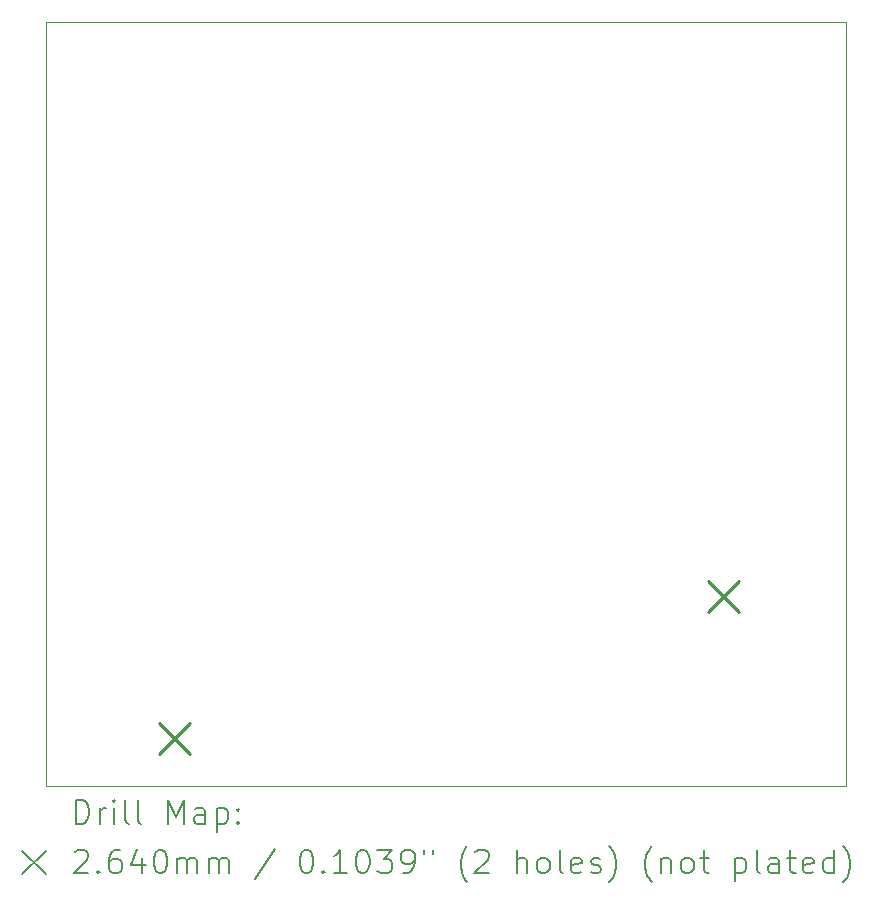
<source format=gbr>
%FSLAX45Y45*%
G04 Gerber Fmt 4.5, Leading zero omitted, Abs format (unit mm)*
G04 Created by KiCad (PCBNEW (6.0.0-0)) date 2022-07-31 01:09:14*
%MOMM*%
%LPD*%
G01*
G04 APERTURE LIST*
%TA.AperFunction,Profile*%
%ADD10C,0.100000*%
%TD*%
%ADD11C,0.200000*%
%ADD12C,0.264000*%
G04 APERTURE END LIST*
D10*
X10251440Y-5740400D02*
X17025620Y-5740400D01*
X17025620Y-5740400D02*
X17025620Y-12214860D01*
X17025620Y-12214860D02*
X10251440Y-12214860D01*
X10251440Y-12214860D02*
X10251440Y-5740400D01*
D11*
D12*
X11208620Y-11673980D02*
X11472620Y-11937980D01*
X11472620Y-11673980D02*
X11208620Y-11937980D01*
X15856620Y-10474980D02*
X16120620Y-10738980D01*
X16120620Y-10474980D02*
X15856620Y-10738980D01*
D11*
X10504059Y-12530336D02*
X10504059Y-12330336D01*
X10551678Y-12330336D01*
X10580250Y-12339860D01*
X10599297Y-12358908D01*
X10608821Y-12377955D01*
X10618345Y-12416050D01*
X10618345Y-12444622D01*
X10608821Y-12482717D01*
X10599297Y-12501765D01*
X10580250Y-12520812D01*
X10551678Y-12530336D01*
X10504059Y-12530336D01*
X10704059Y-12530336D02*
X10704059Y-12397003D01*
X10704059Y-12435098D02*
X10713583Y-12416050D01*
X10723107Y-12406527D01*
X10742154Y-12397003D01*
X10761202Y-12397003D01*
X10827869Y-12530336D02*
X10827869Y-12397003D01*
X10827869Y-12330336D02*
X10818345Y-12339860D01*
X10827869Y-12349384D01*
X10837392Y-12339860D01*
X10827869Y-12330336D01*
X10827869Y-12349384D01*
X10951678Y-12530336D02*
X10932630Y-12520812D01*
X10923107Y-12501765D01*
X10923107Y-12330336D01*
X11056440Y-12530336D02*
X11037392Y-12520812D01*
X11027869Y-12501765D01*
X11027869Y-12330336D01*
X11285011Y-12530336D02*
X11285011Y-12330336D01*
X11351678Y-12473193D01*
X11418345Y-12330336D01*
X11418345Y-12530336D01*
X11599297Y-12530336D02*
X11599297Y-12425574D01*
X11589773Y-12406527D01*
X11570726Y-12397003D01*
X11532630Y-12397003D01*
X11513583Y-12406527D01*
X11599297Y-12520812D02*
X11580249Y-12530336D01*
X11532630Y-12530336D01*
X11513583Y-12520812D01*
X11504059Y-12501765D01*
X11504059Y-12482717D01*
X11513583Y-12463669D01*
X11532630Y-12454146D01*
X11580249Y-12454146D01*
X11599297Y-12444622D01*
X11694535Y-12397003D02*
X11694535Y-12597003D01*
X11694535Y-12406527D02*
X11713583Y-12397003D01*
X11751678Y-12397003D01*
X11770726Y-12406527D01*
X11780249Y-12416050D01*
X11789773Y-12435098D01*
X11789773Y-12492241D01*
X11780249Y-12511288D01*
X11770726Y-12520812D01*
X11751678Y-12530336D01*
X11713583Y-12530336D01*
X11694535Y-12520812D01*
X11875488Y-12511288D02*
X11885011Y-12520812D01*
X11875488Y-12530336D01*
X11865964Y-12520812D01*
X11875488Y-12511288D01*
X11875488Y-12530336D01*
X11875488Y-12406527D02*
X11885011Y-12416050D01*
X11875488Y-12425574D01*
X11865964Y-12416050D01*
X11875488Y-12406527D01*
X11875488Y-12425574D01*
X10046440Y-12759860D02*
X10246440Y-12959860D01*
X10246440Y-12759860D02*
X10046440Y-12959860D01*
X10494535Y-12769384D02*
X10504059Y-12759860D01*
X10523107Y-12750336D01*
X10570726Y-12750336D01*
X10589773Y-12759860D01*
X10599297Y-12769384D01*
X10608821Y-12788431D01*
X10608821Y-12807479D01*
X10599297Y-12836050D01*
X10485011Y-12950336D01*
X10608821Y-12950336D01*
X10694535Y-12931288D02*
X10704059Y-12940812D01*
X10694535Y-12950336D01*
X10685011Y-12940812D01*
X10694535Y-12931288D01*
X10694535Y-12950336D01*
X10875488Y-12750336D02*
X10837392Y-12750336D01*
X10818345Y-12759860D01*
X10808821Y-12769384D01*
X10789773Y-12797955D01*
X10780250Y-12836050D01*
X10780250Y-12912241D01*
X10789773Y-12931288D01*
X10799297Y-12940812D01*
X10818345Y-12950336D01*
X10856440Y-12950336D01*
X10875488Y-12940812D01*
X10885011Y-12931288D01*
X10894535Y-12912241D01*
X10894535Y-12864622D01*
X10885011Y-12845574D01*
X10875488Y-12836050D01*
X10856440Y-12826527D01*
X10818345Y-12826527D01*
X10799297Y-12836050D01*
X10789773Y-12845574D01*
X10780250Y-12864622D01*
X11065964Y-12817003D02*
X11065964Y-12950336D01*
X11018345Y-12740812D02*
X10970726Y-12883669D01*
X11094535Y-12883669D01*
X11208821Y-12750336D02*
X11227868Y-12750336D01*
X11246916Y-12759860D01*
X11256440Y-12769384D01*
X11265964Y-12788431D01*
X11275488Y-12826527D01*
X11275488Y-12874146D01*
X11265964Y-12912241D01*
X11256440Y-12931288D01*
X11246916Y-12940812D01*
X11227868Y-12950336D01*
X11208821Y-12950336D01*
X11189773Y-12940812D01*
X11180250Y-12931288D01*
X11170726Y-12912241D01*
X11161202Y-12874146D01*
X11161202Y-12826527D01*
X11170726Y-12788431D01*
X11180250Y-12769384D01*
X11189773Y-12759860D01*
X11208821Y-12750336D01*
X11361202Y-12950336D02*
X11361202Y-12817003D01*
X11361202Y-12836050D02*
X11370726Y-12826527D01*
X11389773Y-12817003D01*
X11418345Y-12817003D01*
X11437392Y-12826527D01*
X11446916Y-12845574D01*
X11446916Y-12950336D01*
X11446916Y-12845574D02*
X11456440Y-12826527D01*
X11475488Y-12817003D01*
X11504059Y-12817003D01*
X11523107Y-12826527D01*
X11532630Y-12845574D01*
X11532630Y-12950336D01*
X11627868Y-12950336D02*
X11627868Y-12817003D01*
X11627868Y-12836050D02*
X11637392Y-12826527D01*
X11656440Y-12817003D01*
X11685011Y-12817003D01*
X11704059Y-12826527D01*
X11713583Y-12845574D01*
X11713583Y-12950336D01*
X11713583Y-12845574D02*
X11723107Y-12826527D01*
X11742154Y-12817003D01*
X11770726Y-12817003D01*
X11789773Y-12826527D01*
X11799297Y-12845574D01*
X11799297Y-12950336D01*
X12189773Y-12740812D02*
X12018345Y-12997955D01*
X12446916Y-12750336D02*
X12465964Y-12750336D01*
X12485011Y-12759860D01*
X12494535Y-12769384D01*
X12504059Y-12788431D01*
X12513583Y-12826527D01*
X12513583Y-12874146D01*
X12504059Y-12912241D01*
X12494535Y-12931288D01*
X12485011Y-12940812D01*
X12465964Y-12950336D01*
X12446916Y-12950336D01*
X12427868Y-12940812D01*
X12418345Y-12931288D01*
X12408821Y-12912241D01*
X12399297Y-12874146D01*
X12399297Y-12826527D01*
X12408821Y-12788431D01*
X12418345Y-12769384D01*
X12427868Y-12759860D01*
X12446916Y-12750336D01*
X12599297Y-12931288D02*
X12608821Y-12940812D01*
X12599297Y-12950336D01*
X12589773Y-12940812D01*
X12599297Y-12931288D01*
X12599297Y-12950336D01*
X12799297Y-12950336D02*
X12685011Y-12950336D01*
X12742154Y-12950336D02*
X12742154Y-12750336D01*
X12723107Y-12778908D01*
X12704059Y-12797955D01*
X12685011Y-12807479D01*
X12923107Y-12750336D02*
X12942154Y-12750336D01*
X12961202Y-12759860D01*
X12970726Y-12769384D01*
X12980249Y-12788431D01*
X12989773Y-12826527D01*
X12989773Y-12874146D01*
X12980249Y-12912241D01*
X12970726Y-12931288D01*
X12961202Y-12940812D01*
X12942154Y-12950336D01*
X12923107Y-12950336D01*
X12904059Y-12940812D01*
X12894535Y-12931288D01*
X12885011Y-12912241D01*
X12875488Y-12874146D01*
X12875488Y-12826527D01*
X12885011Y-12788431D01*
X12894535Y-12769384D01*
X12904059Y-12759860D01*
X12923107Y-12750336D01*
X13056440Y-12750336D02*
X13180249Y-12750336D01*
X13113583Y-12826527D01*
X13142154Y-12826527D01*
X13161202Y-12836050D01*
X13170726Y-12845574D01*
X13180249Y-12864622D01*
X13180249Y-12912241D01*
X13170726Y-12931288D01*
X13161202Y-12940812D01*
X13142154Y-12950336D01*
X13085011Y-12950336D01*
X13065964Y-12940812D01*
X13056440Y-12931288D01*
X13275488Y-12950336D02*
X13313583Y-12950336D01*
X13332630Y-12940812D01*
X13342154Y-12931288D01*
X13361202Y-12902717D01*
X13370726Y-12864622D01*
X13370726Y-12788431D01*
X13361202Y-12769384D01*
X13351678Y-12759860D01*
X13332630Y-12750336D01*
X13294535Y-12750336D01*
X13275488Y-12759860D01*
X13265964Y-12769384D01*
X13256440Y-12788431D01*
X13256440Y-12836050D01*
X13265964Y-12855098D01*
X13275488Y-12864622D01*
X13294535Y-12874146D01*
X13332630Y-12874146D01*
X13351678Y-12864622D01*
X13361202Y-12855098D01*
X13370726Y-12836050D01*
X13446916Y-12750336D02*
X13446916Y-12788431D01*
X13523107Y-12750336D02*
X13523107Y-12788431D01*
X13818345Y-13026527D02*
X13808821Y-13017003D01*
X13789773Y-12988431D01*
X13780249Y-12969384D01*
X13770726Y-12940812D01*
X13761202Y-12893193D01*
X13761202Y-12855098D01*
X13770726Y-12807479D01*
X13780249Y-12778908D01*
X13789773Y-12759860D01*
X13808821Y-12731288D01*
X13818345Y-12721765D01*
X13885011Y-12769384D02*
X13894535Y-12759860D01*
X13913583Y-12750336D01*
X13961202Y-12750336D01*
X13980249Y-12759860D01*
X13989773Y-12769384D01*
X13999297Y-12788431D01*
X13999297Y-12807479D01*
X13989773Y-12836050D01*
X13875488Y-12950336D01*
X13999297Y-12950336D01*
X14237392Y-12950336D02*
X14237392Y-12750336D01*
X14323107Y-12950336D02*
X14323107Y-12845574D01*
X14313583Y-12826527D01*
X14294535Y-12817003D01*
X14265964Y-12817003D01*
X14246916Y-12826527D01*
X14237392Y-12836050D01*
X14446916Y-12950336D02*
X14427868Y-12940812D01*
X14418345Y-12931288D01*
X14408821Y-12912241D01*
X14408821Y-12855098D01*
X14418345Y-12836050D01*
X14427868Y-12826527D01*
X14446916Y-12817003D01*
X14475488Y-12817003D01*
X14494535Y-12826527D01*
X14504059Y-12836050D01*
X14513583Y-12855098D01*
X14513583Y-12912241D01*
X14504059Y-12931288D01*
X14494535Y-12940812D01*
X14475488Y-12950336D01*
X14446916Y-12950336D01*
X14627868Y-12950336D02*
X14608821Y-12940812D01*
X14599297Y-12921765D01*
X14599297Y-12750336D01*
X14780249Y-12940812D02*
X14761202Y-12950336D01*
X14723107Y-12950336D01*
X14704059Y-12940812D01*
X14694535Y-12921765D01*
X14694535Y-12845574D01*
X14704059Y-12826527D01*
X14723107Y-12817003D01*
X14761202Y-12817003D01*
X14780249Y-12826527D01*
X14789773Y-12845574D01*
X14789773Y-12864622D01*
X14694535Y-12883669D01*
X14865964Y-12940812D02*
X14885011Y-12950336D01*
X14923107Y-12950336D01*
X14942154Y-12940812D01*
X14951678Y-12921765D01*
X14951678Y-12912241D01*
X14942154Y-12893193D01*
X14923107Y-12883669D01*
X14894535Y-12883669D01*
X14875488Y-12874146D01*
X14865964Y-12855098D01*
X14865964Y-12845574D01*
X14875488Y-12826527D01*
X14894535Y-12817003D01*
X14923107Y-12817003D01*
X14942154Y-12826527D01*
X15018345Y-13026527D02*
X15027868Y-13017003D01*
X15046916Y-12988431D01*
X15056440Y-12969384D01*
X15065964Y-12940812D01*
X15075488Y-12893193D01*
X15075488Y-12855098D01*
X15065964Y-12807479D01*
X15056440Y-12778908D01*
X15046916Y-12759860D01*
X15027868Y-12731288D01*
X15018345Y-12721765D01*
X15380249Y-13026527D02*
X15370726Y-13017003D01*
X15351678Y-12988431D01*
X15342154Y-12969384D01*
X15332630Y-12940812D01*
X15323107Y-12893193D01*
X15323107Y-12855098D01*
X15332630Y-12807479D01*
X15342154Y-12778908D01*
X15351678Y-12759860D01*
X15370726Y-12731288D01*
X15380249Y-12721765D01*
X15456440Y-12817003D02*
X15456440Y-12950336D01*
X15456440Y-12836050D02*
X15465964Y-12826527D01*
X15485011Y-12817003D01*
X15513583Y-12817003D01*
X15532630Y-12826527D01*
X15542154Y-12845574D01*
X15542154Y-12950336D01*
X15665964Y-12950336D02*
X15646916Y-12940812D01*
X15637392Y-12931288D01*
X15627868Y-12912241D01*
X15627868Y-12855098D01*
X15637392Y-12836050D01*
X15646916Y-12826527D01*
X15665964Y-12817003D01*
X15694535Y-12817003D01*
X15713583Y-12826527D01*
X15723107Y-12836050D01*
X15732630Y-12855098D01*
X15732630Y-12912241D01*
X15723107Y-12931288D01*
X15713583Y-12940812D01*
X15694535Y-12950336D01*
X15665964Y-12950336D01*
X15789773Y-12817003D02*
X15865964Y-12817003D01*
X15818345Y-12750336D02*
X15818345Y-12921765D01*
X15827868Y-12940812D01*
X15846916Y-12950336D01*
X15865964Y-12950336D01*
X16085011Y-12817003D02*
X16085011Y-13017003D01*
X16085011Y-12826527D02*
X16104059Y-12817003D01*
X16142154Y-12817003D01*
X16161202Y-12826527D01*
X16170726Y-12836050D01*
X16180249Y-12855098D01*
X16180249Y-12912241D01*
X16170726Y-12931288D01*
X16161202Y-12940812D01*
X16142154Y-12950336D01*
X16104059Y-12950336D01*
X16085011Y-12940812D01*
X16294535Y-12950336D02*
X16275488Y-12940812D01*
X16265964Y-12921765D01*
X16265964Y-12750336D01*
X16456440Y-12950336D02*
X16456440Y-12845574D01*
X16446916Y-12826527D01*
X16427868Y-12817003D01*
X16389773Y-12817003D01*
X16370726Y-12826527D01*
X16456440Y-12940812D02*
X16437392Y-12950336D01*
X16389773Y-12950336D01*
X16370726Y-12940812D01*
X16361202Y-12921765D01*
X16361202Y-12902717D01*
X16370726Y-12883669D01*
X16389773Y-12874146D01*
X16437392Y-12874146D01*
X16456440Y-12864622D01*
X16523107Y-12817003D02*
X16599297Y-12817003D01*
X16551678Y-12750336D02*
X16551678Y-12921765D01*
X16561202Y-12940812D01*
X16580249Y-12950336D01*
X16599297Y-12950336D01*
X16742154Y-12940812D02*
X16723107Y-12950336D01*
X16685011Y-12950336D01*
X16665964Y-12940812D01*
X16656440Y-12921765D01*
X16656440Y-12845574D01*
X16665964Y-12826527D01*
X16685011Y-12817003D01*
X16723107Y-12817003D01*
X16742154Y-12826527D01*
X16751678Y-12845574D01*
X16751678Y-12864622D01*
X16656440Y-12883669D01*
X16923107Y-12950336D02*
X16923107Y-12750336D01*
X16923107Y-12940812D02*
X16904059Y-12950336D01*
X16865964Y-12950336D01*
X16846916Y-12940812D01*
X16837392Y-12931288D01*
X16827869Y-12912241D01*
X16827869Y-12855098D01*
X16837392Y-12836050D01*
X16846916Y-12826527D01*
X16865964Y-12817003D01*
X16904059Y-12817003D01*
X16923107Y-12826527D01*
X16999297Y-13026527D02*
X17008821Y-13017003D01*
X17027869Y-12988431D01*
X17037392Y-12969384D01*
X17046916Y-12940812D01*
X17056440Y-12893193D01*
X17056440Y-12855098D01*
X17046916Y-12807479D01*
X17037392Y-12778908D01*
X17027869Y-12759860D01*
X17008821Y-12731288D01*
X16999297Y-12721765D01*
M02*

</source>
